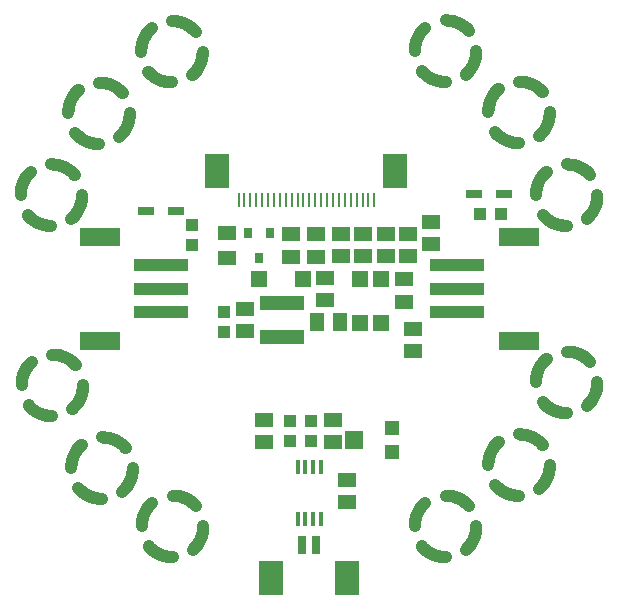
<source format=gbr>
G04 EAGLE Gerber RS-274X export*
G75*
%MOMM*%
%FSLAX34Y34*%
%LPD*%
%INSolderpaste Top*%
%IPPOS*%
%AMOC8*
5,1,8,0,0,1.08239X$1,22.5*%
G01*
%ADD10R,0.400000X1.300000*%
%ADD11R,1.000000X1.075000*%
%ADD12R,1.500000X1.240000*%
%ADD13R,1.500000X1.600000*%
%ADD14R,1.200000X1.200000*%
%ADD15R,0.800000X1.600000*%
%ADD16R,2.100000X3.000000*%
%ADD17C,1.000000*%
%ADD18R,1.400000X1.400000*%
%ADD19R,1.240000X1.500000*%
%ADD20R,3.700000X1.200000*%
%ADD21R,1.500000X1.200000*%
%ADD22R,0.800000X0.900000*%
%ADD23R,4.600000X1.000000*%
%ADD24R,3.400000X1.600000*%
%ADD25R,1.075000X1.000000*%
%ADD26R,1.350000X0.800000*%
%ADD27R,2.000000X3.000000*%
%ADD28R,0.275000X1.250000*%


D10*
X9750Y-150720D03*
X3250Y-150720D03*
X-3250Y-150720D03*
X-9750Y-150720D03*
X-9750Y-194720D03*
X-3250Y-194720D03*
X3250Y-194720D03*
X9750Y-194720D03*
D11*
X-16510Y-112150D03*
X-16510Y-129150D03*
D12*
X20320Y-111150D03*
X20320Y-130150D03*
X-38100Y-111150D03*
X-38100Y-130150D03*
X31750Y-161950D03*
X31750Y-180950D03*
D13*
X38110Y-128270D03*
D14*
X70610Y-138270D03*
X70610Y-118270D03*
D11*
X1270Y-112150D03*
X1270Y-129150D03*
D15*
X-6250Y-217170D03*
X6250Y-217170D03*
D16*
X-31850Y-244670D03*
X31850Y-244670D03*
D17*
X135570Y218169D02*
X135152Y218638D01*
X134723Y219098D01*
X134284Y219547D01*
X133833Y219986D01*
X133372Y220413D01*
X132901Y220829D01*
X132420Y221234D01*
X131929Y221627D01*
X131429Y222008D01*
X130920Y222378D01*
X130403Y222734D01*
X129877Y223078D01*
X129342Y223410D01*
X128800Y223728D01*
X128251Y224033D01*
X127694Y224325D01*
X127130Y224604D01*
X126560Y224869D01*
X125984Y225120D01*
X125402Y225357D01*
X124814Y225580D01*
X124221Y225789D01*
X123623Y225983D01*
X123021Y226164D01*
X122414Y226329D01*
X121804Y226480D01*
X121190Y226616D01*
X120573Y226737D01*
X119954Y226844D01*
X119332Y226935D01*
X118708Y227012D01*
X118082Y227074D01*
X117455Y227120D01*
X116827Y227151D01*
X116199Y227168D01*
X115570Y227169D01*
X98569Y221168D02*
X98100Y220750D01*
X97640Y220321D01*
X97191Y219882D01*
X96752Y219431D01*
X96325Y218970D01*
X95909Y218499D01*
X95504Y218018D01*
X95111Y217527D01*
X94730Y217027D01*
X94360Y216518D01*
X94004Y216001D01*
X93660Y215475D01*
X93328Y214940D01*
X93010Y214398D01*
X92705Y213849D01*
X92413Y213292D01*
X92134Y212728D01*
X91869Y212158D01*
X91618Y211582D01*
X91381Y211000D01*
X91158Y210412D01*
X90949Y209819D01*
X90755Y209221D01*
X90574Y208619D01*
X90409Y208012D01*
X90258Y207402D01*
X90122Y206788D01*
X90001Y206171D01*
X89894Y205552D01*
X89803Y204930D01*
X89726Y204306D01*
X89664Y203680D01*
X89618Y203053D01*
X89587Y202425D01*
X89570Y201797D01*
X89569Y201168D01*
X95570Y184167D02*
X95988Y183698D01*
X96417Y183238D01*
X96856Y182789D01*
X97307Y182350D01*
X97768Y181923D01*
X98239Y181507D01*
X98720Y181102D01*
X99211Y180709D01*
X99711Y180328D01*
X100220Y179958D01*
X100737Y179602D01*
X101263Y179258D01*
X101798Y178926D01*
X102340Y178608D01*
X102889Y178303D01*
X103446Y178011D01*
X104010Y177732D01*
X104580Y177467D01*
X105156Y177216D01*
X105738Y176979D01*
X106326Y176756D01*
X106919Y176547D01*
X107517Y176353D01*
X108119Y176172D01*
X108726Y176007D01*
X109336Y175856D01*
X109950Y175720D01*
X110567Y175599D01*
X111186Y175492D01*
X111808Y175401D01*
X112432Y175324D01*
X113058Y175262D01*
X113685Y175216D01*
X114313Y175185D01*
X114941Y175168D01*
X115570Y175167D01*
X132571Y181168D02*
X133040Y181586D01*
X133500Y182015D01*
X133949Y182454D01*
X134388Y182905D01*
X134815Y183366D01*
X135231Y183837D01*
X135636Y184318D01*
X136029Y184809D01*
X136410Y185309D01*
X136780Y185818D01*
X137136Y186335D01*
X137480Y186861D01*
X137812Y187396D01*
X138130Y187938D01*
X138435Y188487D01*
X138727Y189044D01*
X139006Y189608D01*
X139271Y190178D01*
X139522Y190754D01*
X139759Y191336D01*
X139982Y191924D01*
X140191Y192517D01*
X140385Y193115D01*
X140566Y193717D01*
X140731Y194324D01*
X140882Y194934D01*
X141018Y195548D01*
X141139Y196165D01*
X141246Y196784D01*
X141337Y197406D01*
X141414Y198030D01*
X141476Y198656D01*
X141522Y199283D01*
X141553Y199911D01*
X141570Y200539D01*
X141571Y201168D01*
X115570Y-175167D02*
X116199Y-175168D01*
X116827Y-175185D01*
X117455Y-175216D01*
X118082Y-175262D01*
X118708Y-175324D01*
X119332Y-175401D01*
X119954Y-175492D01*
X120573Y-175599D01*
X121190Y-175720D01*
X121804Y-175856D01*
X122414Y-176007D01*
X123021Y-176172D01*
X123623Y-176353D01*
X124221Y-176547D01*
X124814Y-176756D01*
X125402Y-176979D01*
X125984Y-177216D01*
X126560Y-177467D01*
X127130Y-177732D01*
X127694Y-178011D01*
X128251Y-178303D01*
X128800Y-178608D01*
X129342Y-178926D01*
X129877Y-179258D01*
X130403Y-179602D01*
X130920Y-179958D01*
X131429Y-180328D01*
X131929Y-180709D01*
X132420Y-181102D01*
X132901Y-181507D01*
X133372Y-181923D01*
X133833Y-182350D01*
X134284Y-182789D01*
X134723Y-183238D01*
X135152Y-183698D01*
X135570Y-184167D01*
X98569Y-181168D02*
X98100Y-181586D01*
X97640Y-182015D01*
X97191Y-182454D01*
X96752Y-182905D01*
X96325Y-183366D01*
X95909Y-183837D01*
X95504Y-184318D01*
X95111Y-184809D01*
X94730Y-185309D01*
X94360Y-185818D01*
X94004Y-186335D01*
X93660Y-186861D01*
X93328Y-187396D01*
X93010Y-187938D01*
X92705Y-188487D01*
X92413Y-189044D01*
X92134Y-189608D01*
X91869Y-190178D01*
X91618Y-190754D01*
X91381Y-191336D01*
X91158Y-191924D01*
X90949Y-192517D01*
X90755Y-193115D01*
X90574Y-193717D01*
X90409Y-194324D01*
X90258Y-194934D01*
X90122Y-195548D01*
X90001Y-196165D01*
X89894Y-196784D01*
X89803Y-197406D01*
X89726Y-198030D01*
X89664Y-198656D01*
X89618Y-199283D01*
X89587Y-199911D01*
X89570Y-200539D01*
X89569Y-201168D01*
X95570Y-218169D02*
X95988Y-218638D01*
X96417Y-219098D01*
X96856Y-219547D01*
X97307Y-219986D01*
X97768Y-220413D01*
X98239Y-220829D01*
X98720Y-221234D01*
X99211Y-221627D01*
X99711Y-222008D01*
X100220Y-222378D01*
X100737Y-222734D01*
X101263Y-223078D01*
X101798Y-223410D01*
X102340Y-223728D01*
X102889Y-224033D01*
X103446Y-224325D01*
X104010Y-224604D01*
X104580Y-224869D01*
X105156Y-225120D01*
X105738Y-225357D01*
X106326Y-225580D01*
X106919Y-225789D01*
X107517Y-225983D01*
X108119Y-226164D01*
X108726Y-226329D01*
X109336Y-226480D01*
X109950Y-226616D01*
X110567Y-226737D01*
X111186Y-226844D01*
X111808Y-226935D01*
X112432Y-227012D01*
X113058Y-227074D01*
X113685Y-227120D01*
X114313Y-227151D01*
X114941Y-227168D01*
X115570Y-227169D01*
X132571Y-221168D02*
X133040Y-220750D01*
X133500Y-220321D01*
X133949Y-219882D01*
X134388Y-219431D01*
X134815Y-218970D01*
X135231Y-218499D01*
X135636Y-218018D01*
X136029Y-217527D01*
X136410Y-217027D01*
X136780Y-216518D01*
X137136Y-216001D01*
X137480Y-215475D01*
X137812Y-214940D01*
X138130Y-214398D01*
X138435Y-213849D01*
X138727Y-213292D01*
X139006Y-212728D01*
X139271Y-212158D01*
X139522Y-211582D01*
X139759Y-211000D01*
X139982Y-210412D01*
X140191Y-209819D01*
X140385Y-209221D01*
X140566Y-208619D01*
X140731Y-208012D01*
X140882Y-207402D01*
X141018Y-206788D01*
X141139Y-206171D01*
X141246Y-205552D01*
X141337Y-204930D01*
X141414Y-204306D01*
X141476Y-203680D01*
X141522Y-203053D01*
X141553Y-202425D01*
X141570Y-201797D01*
X141571Y-201168D01*
X-96078Y217661D02*
X-96496Y218130D01*
X-96925Y218590D01*
X-97364Y219039D01*
X-97815Y219478D01*
X-98276Y219905D01*
X-98747Y220321D01*
X-99228Y220726D01*
X-99719Y221119D01*
X-100219Y221500D01*
X-100728Y221870D01*
X-101245Y222226D01*
X-101771Y222570D01*
X-102306Y222902D01*
X-102848Y223220D01*
X-103397Y223525D01*
X-103954Y223817D01*
X-104518Y224096D01*
X-105088Y224361D01*
X-105664Y224612D01*
X-106246Y224849D01*
X-106834Y225072D01*
X-107427Y225281D01*
X-108025Y225475D01*
X-108627Y225656D01*
X-109234Y225821D01*
X-109844Y225972D01*
X-110458Y226108D01*
X-111075Y226229D01*
X-111694Y226336D01*
X-112316Y226427D01*
X-112940Y226504D01*
X-113566Y226566D01*
X-114193Y226612D01*
X-114821Y226643D01*
X-115449Y226660D01*
X-116078Y226661D01*
X-133079Y220660D02*
X-133548Y220242D01*
X-134008Y219813D01*
X-134457Y219374D01*
X-134896Y218923D01*
X-135323Y218462D01*
X-135739Y217991D01*
X-136144Y217510D01*
X-136537Y217019D01*
X-136918Y216519D01*
X-137288Y216010D01*
X-137644Y215493D01*
X-137988Y214967D01*
X-138320Y214432D01*
X-138638Y213890D01*
X-138943Y213341D01*
X-139235Y212784D01*
X-139514Y212220D01*
X-139779Y211650D01*
X-140030Y211074D01*
X-140267Y210492D01*
X-140490Y209904D01*
X-140699Y209311D01*
X-140893Y208713D01*
X-141074Y208111D01*
X-141239Y207504D01*
X-141390Y206894D01*
X-141526Y206280D01*
X-141647Y205663D01*
X-141754Y205044D01*
X-141845Y204422D01*
X-141922Y203798D01*
X-141984Y203172D01*
X-142030Y202545D01*
X-142061Y201917D01*
X-142078Y201289D01*
X-142079Y200660D01*
X-136078Y183659D02*
X-135660Y183190D01*
X-135231Y182730D01*
X-134792Y182281D01*
X-134341Y181842D01*
X-133880Y181415D01*
X-133409Y180999D01*
X-132928Y180594D01*
X-132437Y180201D01*
X-131937Y179820D01*
X-131428Y179450D01*
X-130911Y179094D01*
X-130385Y178750D01*
X-129850Y178418D01*
X-129308Y178100D01*
X-128759Y177795D01*
X-128202Y177503D01*
X-127638Y177224D01*
X-127068Y176959D01*
X-126492Y176708D01*
X-125910Y176471D01*
X-125322Y176248D01*
X-124729Y176039D01*
X-124131Y175845D01*
X-123529Y175664D01*
X-122922Y175499D01*
X-122312Y175348D01*
X-121698Y175212D01*
X-121081Y175091D01*
X-120462Y174984D01*
X-119840Y174893D01*
X-119216Y174816D01*
X-118590Y174754D01*
X-117963Y174708D01*
X-117335Y174677D01*
X-116707Y174660D01*
X-116078Y174659D01*
X-99077Y180660D02*
X-98608Y181078D01*
X-98148Y181507D01*
X-97699Y181946D01*
X-97260Y182397D01*
X-96833Y182858D01*
X-96417Y183329D01*
X-96012Y183810D01*
X-95619Y184301D01*
X-95238Y184801D01*
X-94868Y185310D01*
X-94512Y185827D01*
X-94168Y186353D01*
X-93836Y186888D01*
X-93518Y187430D01*
X-93213Y187979D01*
X-92921Y188536D01*
X-92642Y189100D01*
X-92377Y189670D01*
X-92126Y190246D01*
X-91889Y190828D01*
X-91666Y191416D01*
X-91457Y192009D01*
X-91263Y192607D01*
X-91082Y193209D01*
X-90917Y193816D01*
X-90766Y194426D01*
X-90630Y195040D01*
X-90509Y195657D01*
X-90402Y196276D01*
X-90311Y196898D01*
X-90234Y197522D01*
X-90172Y198148D01*
X-90126Y198775D01*
X-90095Y199403D01*
X-90078Y200031D01*
X-90077Y200660D01*
X-115570Y-175167D02*
X-114941Y-175168D01*
X-114313Y-175185D01*
X-113685Y-175216D01*
X-113058Y-175262D01*
X-112432Y-175324D01*
X-111808Y-175401D01*
X-111186Y-175492D01*
X-110567Y-175599D01*
X-109950Y-175720D01*
X-109336Y-175856D01*
X-108726Y-176007D01*
X-108119Y-176172D01*
X-107517Y-176353D01*
X-106919Y-176547D01*
X-106326Y-176756D01*
X-105738Y-176979D01*
X-105156Y-177216D01*
X-104580Y-177467D01*
X-104010Y-177732D01*
X-103446Y-178011D01*
X-102889Y-178303D01*
X-102340Y-178608D01*
X-101798Y-178926D01*
X-101263Y-179258D01*
X-100737Y-179602D01*
X-100220Y-179958D01*
X-99711Y-180328D01*
X-99211Y-180709D01*
X-98720Y-181102D01*
X-98239Y-181507D01*
X-97768Y-181923D01*
X-97307Y-182350D01*
X-96856Y-182789D01*
X-96417Y-183238D01*
X-95988Y-183698D01*
X-95570Y-184167D01*
X-132571Y-181168D02*
X-133040Y-181586D01*
X-133500Y-182015D01*
X-133949Y-182454D01*
X-134388Y-182905D01*
X-134815Y-183366D01*
X-135231Y-183837D01*
X-135636Y-184318D01*
X-136029Y-184809D01*
X-136410Y-185309D01*
X-136780Y-185818D01*
X-137136Y-186335D01*
X-137480Y-186861D01*
X-137812Y-187396D01*
X-138130Y-187938D01*
X-138435Y-188487D01*
X-138727Y-189044D01*
X-139006Y-189608D01*
X-139271Y-190178D01*
X-139522Y-190754D01*
X-139759Y-191336D01*
X-139982Y-191924D01*
X-140191Y-192517D01*
X-140385Y-193115D01*
X-140566Y-193717D01*
X-140731Y-194324D01*
X-140882Y-194934D01*
X-141018Y-195548D01*
X-141139Y-196165D01*
X-141246Y-196784D01*
X-141337Y-197406D01*
X-141414Y-198030D01*
X-141476Y-198656D01*
X-141522Y-199283D01*
X-141553Y-199911D01*
X-141570Y-200539D01*
X-141571Y-201168D01*
X-135570Y-218169D02*
X-135152Y-218638D01*
X-134723Y-219098D01*
X-134284Y-219547D01*
X-133833Y-219986D01*
X-133372Y-220413D01*
X-132901Y-220829D01*
X-132420Y-221234D01*
X-131929Y-221627D01*
X-131429Y-222008D01*
X-130920Y-222378D01*
X-130403Y-222734D01*
X-129877Y-223078D01*
X-129342Y-223410D01*
X-128800Y-223728D01*
X-128251Y-224033D01*
X-127694Y-224325D01*
X-127130Y-224604D01*
X-126560Y-224869D01*
X-125984Y-225120D01*
X-125402Y-225357D01*
X-124814Y-225580D01*
X-124221Y-225789D01*
X-123623Y-225983D01*
X-123021Y-226164D01*
X-122414Y-226329D01*
X-121804Y-226480D01*
X-121190Y-226616D01*
X-120573Y-226737D01*
X-119954Y-226844D01*
X-119332Y-226935D01*
X-118708Y-227012D01*
X-118082Y-227074D01*
X-117455Y-227120D01*
X-116827Y-227151D01*
X-116199Y-227168D01*
X-115570Y-227169D01*
X-98569Y-221168D02*
X-98100Y-220750D01*
X-97640Y-220321D01*
X-97191Y-219882D01*
X-96752Y-219431D01*
X-96325Y-218970D01*
X-95909Y-218499D01*
X-95504Y-218018D01*
X-95111Y-217527D01*
X-94730Y-217027D01*
X-94360Y-216518D01*
X-94004Y-216001D01*
X-93660Y-215475D01*
X-93328Y-214940D01*
X-93010Y-214398D01*
X-92705Y-213849D01*
X-92413Y-213292D01*
X-92134Y-212728D01*
X-91869Y-212158D01*
X-91618Y-211582D01*
X-91381Y-211000D01*
X-91158Y-210412D01*
X-90949Y-209819D01*
X-90755Y-209221D01*
X-90574Y-208619D01*
X-90409Y-208012D01*
X-90258Y-207402D01*
X-90122Y-206788D01*
X-90001Y-206171D01*
X-89894Y-205552D01*
X-89803Y-204930D01*
X-89726Y-204306D01*
X-89664Y-203680D01*
X-89618Y-203053D01*
X-89587Y-202425D01*
X-89570Y-201797D01*
X-89569Y-201168D01*
X177800Y175353D02*
X178429Y175352D01*
X179057Y175335D01*
X179685Y175304D01*
X180312Y175258D01*
X180938Y175196D01*
X181562Y175119D01*
X182184Y175028D01*
X182803Y174921D01*
X183420Y174800D01*
X184034Y174664D01*
X184644Y174513D01*
X185251Y174348D01*
X185853Y174167D01*
X186451Y173973D01*
X187044Y173764D01*
X187632Y173541D01*
X188214Y173304D01*
X188790Y173053D01*
X189360Y172788D01*
X189924Y172509D01*
X190481Y172217D01*
X191030Y171912D01*
X191572Y171594D01*
X192107Y171262D01*
X192633Y170918D01*
X193150Y170562D01*
X193659Y170192D01*
X194159Y169811D01*
X194650Y169418D01*
X195131Y169013D01*
X195602Y168597D01*
X196063Y168170D01*
X196514Y167731D01*
X196953Y167282D01*
X197382Y166822D01*
X197800Y166353D01*
X160799Y169352D02*
X160330Y168934D01*
X159870Y168505D01*
X159421Y168066D01*
X158982Y167615D01*
X158555Y167154D01*
X158139Y166683D01*
X157734Y166202D01*
X157341Y165711D01*
X156960Y165211D01*
X156590Y164702D01*
X156234Y164185D01*
X155890Y163659D01*
X155558Y163124D01*
X155240Y162582D01*
X154935Y162033D01*
X154643Y161476D01*
X154364Y160912D01*
X154099Y160342D01*
X153848Y159766D01*
X153611Y159184D01*
X153388Y158596D01*
X153179Y158003D01*
X152985Y157405D01*
X152804Y156803D01*
X152639Y156196D01*
X152488Y155586D01*
X152352Y154972D01*
X152231Y154355D01*
X152124Y153736D01*
X152033Y153114D01*
X151956Y152490D01*
X151894Y151864D01*
X151848Y151237D01*
X151817Y150609D01*
X151800Y149981D01*
X151799Y149352D01*
X157800Y132351D02*
X158218Y131882D01*
X158647Y131422D01*
X159086Y130973D01*
X159537Y130534D01*
X159998Y130107D01*
X160469Y129691D01*
X160950Y129286D01*
X161441Y128893D01*
X161941Y128512D01*
X162450Y128142D01*
X162967Y127786D01*
X163493Y127442D01*
X164028Y127110D01*
X164570Y126792D01*
X165119Y126487D01*
X165676Y126195D01*
X166240Y125916D01*
X166810Y125651D01*
X167386Y125400D01*
X167968Y125163D01*
X168556Y124940D01*
X169149Y124731D01*
X169747Y124537D01*
X170349Y124356D01*
X170956Y124191D01*
X171566Y124040D01*
X172180Y123904D01*
X172797Y123783D01*
X173416Y123676D01*
X174038Y123585D01*
X174662Y123508D01*
X175288Y123446D01*
X175915Y123400D01*
X176543Y123369D01*
X177171Y123352D01*
X177800Y123351D01*
X194801Y129352D02*
X195270Y129770D01*
X195730Y130199D01*
X196179Y130638D01*
X196618Y131089D01*
X197045Y131550D01*
X197461Y132021D01*
X197866Y132502D01*
X198259Y132993D01*
X198640Y133493D01*
X199010Y134002D01*
X199366Y134519D01*
X199710Y135045D01*
X200042Y135580D01*
X200360Y136122D01*
X200665Y136671D01*
X200957Y137228D01*
X201236Y137792D01*
X201501Y138362D01*
X201752Y138938D01*
X201989Y139520D01*
X202212Y140108D01*
X202421Y140701D01*
X202615Y141299D01*
X202796Y141901D01*
X202961Y142508D01*
X203112Y143118D01*
X203248Y143732D01*
X203369Y144349D01*
X203476Y144968D01*
X203567Y145590D01*
X203644Y146214D01*
X203706Y146840D01*
X203752Y147467D01*
X203783Y148095D01*
X203800Y148723D01*
X203801Y149352D01*
X218186Y105249D02*
X218815Y105248D01*
X219443Y105231D01*
X220071Y105200D01*
X220698Y105154D01*
X221324Y105092D01*
X221948Y105015D01*
X222570Y104924D01*
X223189Y104817D01*
X223806Y104696D01*
X224420Y104560D01*
X225030Y104409D01*
X225637Y104244D01*
X226239Y104063D01*
X226837Y103869D01*
X227430Y103660D01*
X228018Y103437D01*
X228600Y103200D01*
X229176Y102949D01*
X229746Y102684D01*
X230310Y102405D01*
X230867Y102113D01*
X231416Y101808D01*
X231958Y101490D01*
X232493Y101158D01*
X233019Y100814D01*
X233536Y100458D01*
X234045Y100088D01*
X234545Y99707D01*
X235036Y99314D01*
X235517Y98909D01*
X235988Y98493D01*
X236449Y98066D01*
X236900Y97627D01*
X237339Y97178D01*
X237768Y96718D01*
X238186Y96249D01*
X201185Y99248D02*
X200716Y98830D01*
X200256Y98401D01*
X199807Y97962D01*
X199368Y97511D01*
X198941Y97050D01*
X198525Y96579D01*
X198120Y96098D01*
X197727Y95607D01*
X197346Y95107D01*
X196976Y94598D01*
X196620Y94081D01*
X196276Y93555D01*
X195944Y93020D01*
X195626Y92478D01*
X195321Y91929D01*
X195029Y91372D01*
X194750Y90808D01*
X194485Y90238D01*
X194234Y89662D01*
X193997Y89080D01*
X193774Y88492D01*
X193565Y87899D01*
X193371Y87301D01*
X193190Y86699D01*
X193025Y86092D01*
X192874Y85482D01*
X192738Y84868D01*
X192617Y84251D01*
X192510Y83632D01*
X192419Y83010D01*
X192342Y82386D01*
X192280Y81760D01*
X192234Y81133D01*
X192203Y80505D01*
X192186Y79877D01*
X192185Y79248D01*
X198186Y62247D02*
X198604Y61778D01*
X199033Y61318D01*
X199472Y60869D01*
X199923Y60430D01*
X200384Y60003D01*
X200855Y59587D01*
X201336Y59182D01*
X201827Y58789D01*
X202327Y58408D01*
X202836Y58038D01*
X203353Y57682D01*
X203879Y57338D01*
X204414Y57006D01*
X204956Y56688D01*
X205505Y56383D01*
X206062Y56091D01*
X206626Y55812D01*
X207196Y55547D01*
X207772Y55296D01*
X208354Y55059D01*
X208942Y54836D01*
X209535Y54627D01*
X210133Y54433D01*
X210735Y54252D01*
X211342Y54087D01*
X211952Y53936D01*
X212566Y53800D01*
X213183Y53679D01*
X213802Y53572D01*
X214424Y53481D01*
X215048Y53404D01*
X215674Y53342D01*
X216301Y53296D01*
X216929Y53265D01*
X217557Y53248D01*
X218186Y53247D01*
X235187Y59248D02*
X235656Y59666D01*
X236116Y60095D01*
X236565Y60534D01*
X237004Y60985D01*
X237431Y61446D01*
X237847Y61917D01*
X238252Y62398D01*
X238645Y62889D01*
X239026Y63389D01*
X239396Y63898D01*
X239752Y64415D01*
X240096Y64941D01*
X240428Y65476D01*
X240746Y66018D01*
X241051Y66567D01*
X241343Y67124D01*
X241622Y67688D01*
X241887Y68258D01*
X242138Y68834D01*
X242375Y69416D01*
X242598Y70004D01*
X242807Y70597D01*
X243001Y71195D01*
X243182Y71797D01*
X243347Y72404D01*
X243498Y73014D01*
X243634Y73628D01*
X243755Y74245D01*
X243862Y74864D01*
X243953Y75486D01*
X244030Y76110D01*
X244092Y76736D01*
X244138Y77363D01*
X244169Y77991D01*
X244186Y78619D01*
X244187Y79248D01*
X218186Y-53247D02*
X218815Y-53248D01*
X219443Y-53265D01*
X220071Y-53296D01*
X220698Y-53342D01*
X221324Y-53404D01*
X221948Y-53481D01*
X222570Y-53572D01*
X223189Y-53679D01*
X223806Y-53800D01*
X224420Y-53936D01*
X225030Y-54087D01*
X225637Y-54252D01*
X226239Y-54433D01*
X226837Y-54627D01*
X227430Y-54836D01*
X228018Y-55059D01*
X228600Y-55296D01*
X229176Y-55547D01*
X229746Y-55812D01*
X230310Y-56091D01*
X230867Y-56383D01*
X231416Y-56688D01*
X231958Y-57006D01*
X232493Y-57338D01*
X233019Y-57682D01*
X233536Y-58038D01*
X234045Y-58408D01*
X234545Y-58789D01*
X235036Y-59182D01*
X235517Y-59587D01*
X235988Y-60003D01*
X236449Y-60430D01*
X236900Y-60869D01*
X237339Y-61318D01*
X237768Y-61778D01*
X238186Y-62247D01*
X201185Y-59248D02*
X200716Y-59666D01*
X200256Y-60095D01*
X199807Y-60534D01*
X199368Y-60985D01*
X198941Y-61446D01*
X198525Y-61917D01*
X198120Y-62398D01*
X197727Y-62889D01*
X197346Y-63389D01*
X196976Y-63898D01*
X196620Y-64415D01*
X196276Y-64941D01*
X195944Y-65476D01*
X195626Y-66018D01*
X195321Y-66567D01*
X195029Y-67124D01*
X194750Y-67688D01*
X194485Y-68258D01*
X194234Y-68834D01*
X193997Y-69416D01*
X193774Y-70004D01*
X193565Y-70597D01*
X193371Y-71195D01*
X193190Y-71797D01*
X193025Y-72404D01*
X192874Y-73014D01*
X192738Y-73628D01*
X192617Y-74245D01*
X192510Y-74864D01*
X192419Y-75486D01*
X192342Y-76110D01*
X192280Y-76736D01*
X192234Y-77363D01*
X192203Y-77991D01*
X192186Y-78619D01*
X192185Y-79248D01*
X198186Y-96249D02*
X198604Y-96718D01*
X199033Y-97178D01*
X199472Y-97627D01*
X199923Y-98066D01*
X200384Y-98493D01*
X200855Y-98909D01*
X201336Y-99314D01*
X201827Y-99707D01*
X202327Y-100088D01*
X202836Y-100458D01*
X203353Y-100814D01*
X203879Y-101158D01*
X204414Y-101490D01*
X204956Y-101808D01*
X205505Y-102113D01*
X206062Y-102405D01*
X206626Y-102684D01*
X207196Y-102949D01*
X207772Y-103200D01*
X208354Y-103437D01*
X208942Y-103660D01*
X209535Y-103869D01*
X210133Y-104063D01*
X210735Y-104244D01*
X211342Y-104409D01*
X211952Y-104560D01*
X212566Y-104696D01*
X213183Y-104817D01*
X213802Y-104924D01*
X214424Y-105015D01*
X215048Y-105092D01*
X215674Y-105154D01*
X216301Y-105200D01*
X216929Y-105231D01*
X217557Y-105248D01*
X218186Y-105249D01*
X235187Y-99248D02*
X235656Y-98830D01*
X236116Y-98401D01*
X236565Y-97962D01*
X237004Y-97511D01*
X237431Y-97050D01*
X237847Y-96579D01*
X238252Y-96098D01*
X238645Y-95607D01*
X239026Y-95107D01*
X239396Y-94598D01*
X239752Y-94081D01*
X240096Y-93555D01*
X240428Y-93020D01*
X240746Y-92478D01*
X241051Y-91929D01*
X241343Y-91372D01*
X241622Y-90808D01*
X241887Y-90238D01*
X242138Y-89662D01*
X242375Y-89080D01*
X242598Y-88492D01*
X242807Y-87899D01*
X243001Y-87301D01*
X243182Y-86699D01*
X243347Y-86092D01*
X243498Y-85482D01*
X243634Y-84868D01*
X243755Y-84251D01*
X243862Y-83632D01*
X243953Y-83010D01*
X244030Y-82386D01*
X244092Y-81760D01*
X244138Y-81133D01*
X244169Y-80505D01*
X244186Y-79877D01*
X244187Y-79248D01*
X197800Y-132351D02*
X197382Y-131882D01*
X196953Y-131422D01*
X196514Y-130973D01*
X196063Y-130534D01*
X195602Y-130107D01*
X195131Y-129691D01*
X194650Y-129286D01*
X194159Y-128893D01*
X193659Y-128512D01*
X193150Y-128142D01*
X192633Y-127786D01*
X192107Y-127442D01*
X191572Y-127110D01*
X191030Y-126792D01*
X190481Y-126487D01*
X189924Y-126195D01*
X189360Y-125916D01*
X188790Y-125651D01*
X188214Y-125400D01*
X187632Y-125163D01*
X187044Y-124940D01*
X186451Y-124731D01*
X185853Y-124537D01*
X185251Y-124356D01*
X184644Y-124191D01*
X184034Y-124040D01*
X183420Y-123904D01*
X182803Y-123783D01*
X182184Y-123676D01*
X181562Y-123585D01*
X180938Y-123508D01*
X180312Y-123446D01*
X179685Y-123400D01*
X179057Y-123369D01*
X178429Y-123352D01*
X177800Y-123351D01*
X160799Y-129352D02*
X160330Y-129770D01*
X159870Y-130199D01*
X159421Y-130638D01*
X158982Y-131089D01*
X158555Y-131550D01*
X158139Y-132021D01*
X157734Y-132502D01*
X157341Y-132993D01*
X156960Y-133493D01*
X156590Y-134002D01*
X156234Y-134519D01*
X155890Y-135045D01*
X155558Y-135580D01*
X155240Y-136122D01*
X154935Y-136671D01*
X154643Y-137228D01*
X154364Y-137792D01*
X154099Y-138362D01*
X153848Y-138938D01*
X153611Y-139520D01*
X153388Y-140108D01*
X153179Y-140701D01*
X152985Y-141299D01*
X152804Y-141901D01*
X152639Y-142508D01*
X152488Y-143118D01*
X152352Y-143732D01*
X152231Y-144349D01*
X152124Y-144968D01*
X152033Y-145590D01*
X151956Y-146214D01*
X151894Y-146840D01*
X151848Y-147467D01*
X151817Y-148095D01*
X151800Y-148723D01*
X151799Y-149352D01*
X157800Y-166353D02*
X158218Y-166822D01*
X158647Y-167282D01*
X159086Y-167731D01*
X159537Y-168170D01*
X159998Y-168597D01*
X160469Y-169013D01*
X160950Y-169418D01*
X161441Y-169811D01*
X161941Y-170192D01*
X162450Y-170562D01*
X162967Y-170918D01*
X163493Y-171262D01*
X164028Y-171594D01*
X164570Y-171912D01*
X165119Y-172217D01*
X165676Y-172509D01*
X166240Y-172788D01*
X166810Y-173053D01*
X167386Y-173304D01*
X167968Y-173541D01*
X168556Y-173764D01*
X169149Y-173973D01*
X169747Y-174167D01*
X170349Y-174348D01*
X170956Y-174513D01*
X171566Y-174664D01*
X172180Y-174800D01*
X172797Y-174921D01*
X173416Y-175028D01*
X174038Y-175119D01*
X174662Y-175196D01*
X175288Y-175258D01*
X175915Y-175304D01*
X176543Y-175335D01*
X177171Y-175352D01*
X177800Y-175353D01*
X194801Y-169352D02*
X195270Y-168934D01*
X195730Y-168505D01*
X196179Y-168066D01*
X196618Y-167615D01*
X197045Y-167154D01*
X197461Y-166683D01*
X197866Y-166202D01*
X198259Y-165711D01*
X198640Y-165211D01*
X199010Y-164702D01*
X199366Y-164185D01*
X199710Y-163659D01*
X200042Y-163124D01*
X200360Y-162582D01*
X200665Y-162033D01*
X200957Y-161476D01*
X201236Y-160912D01*
X201501Y-160342D01*
X201752Y-159766D01*
X201989Y-159184D01*
X202212Y-158596D01*
X202421Y-158003D01*
X202615Y-157405D01*
X202796Y-156803D01*
X202961Y-156196D01*
X203112Y-155586D01*
X203248Y-154972D01*
X203369Y-154355D01*
X203476Y-153736D01*
X203567Y-153114D01*
X203644Y-152490D01*
X203706Y-151864D01*
X203752Y-151237D01*
X203783Y-150609D01*
X203800Y-149981D01*
X203801Y-149352D01*
X-157800Y165591D02*
X-158218Y166060D01*
X-158647Y166520D01*
X-159086Y166969D01*
X-159537Y167408D01*
X-159998Y167835D01*
X-160469Y168251D01*
X-160950Y168656D01*
X-161441Y169049D01*
X-161941Y169430D01*
X-162450Y169800D01*
X-162967Y170156D01*
X-163493Y170500D01*
X-164028Y170832D01*
X-164570Y171150D01*
X-165119Y171455D01*
X-165676Y171747D01*
X-166240Y172026D01*
X-166810Y172291D01*
X-167386Y172542D01*
X-167968Y172779D01*
X-168556Y173002D01*
X-169149Y173211D01*
X-169747Y173405D01*
X-170349Y173586D01*
X-170956Y173751D01*
X-171566Y173902D01*
X-172180Y174038D01*
X-172797Y174159D01*
X-173416Y174266D01*
X-174038Y174357D01*
X-174662Y174434D01*
X-175288Y174496D01*
X-175915Y174542D01*
X-176543Y174573D01*
X-177171Y174590D01*
X-177800Y174591D01*
X-194801Y168590D02*
X-195270Y168172D01*
X-195730Y167743D01*
X-196179Y167304D01*
X-196618Y166853D01*
X-197045Y166392D01*
X-197461Y165921D01*
X-197866Y165440D01*
X-198259Y164949D01*
X-198640Y164449D01*
X-199010Y163940D01*
X-199366Y163423D01*
X-199710Y162897D01*
X-200042Y162362D01*
X-200360Y161820D01*
X-200665Y161271D01*
X-200957Y160714D01*
X-201236Y160150D01*
X-201501Y159580D01*
X-201752Y159004D01*
X-201989Y158422D01*
X-202212Y157834D01*
X-202421Y157241D01*
X-202615Y156643D01*
X-202796Y156041D01*
X-202961Y155434D01*
X-203112Y154824D01*
X-203248Y154210D01*
X-203369Y153593D01*
X-203476Y152974D01*
X-203567Y152352D01*
X-203644Y151728D01*
X-203706Y151102D01*
X-203752Y150475D01*
X-203783Y149847D01*
X-203800Y149219D01*
X-203801Y148590D01*
X-197800Y131589D02*
X-197382Y131120D01*
X-196953Y130660D01*
X-196514Y130211D01*
X-196063Y129772D01*
X-195602Y129345D01*
X-195131Y128929D01*
X-194650Y128524D01*
X-194159Y128131D01*
X-193659Y127750D01*
X-193150Y127380D01*
X-192633Y127024D01*
X-192107Y126680D01*
X-191572Y126348D01*
X-191030Y126030D01*
X-190481Y125725D01*
X-189924Y125433D01*
X-189360Y125154D01*
X-188790Y124889D01*
X-188214Y124638D01*
X-187632Y124401D01*
X-187044Y124178D01*
X-186451Y123969D01*
X-185853Y123775D01*
X-185251Y123594D01*
X-184644Y123429D01*
X-184034Y123278D01*
X-183420Y123142D01*
X-182803Y123021D01*
X-182184Y122914D01*
X-181562Y122823D01*
X-180938Y122746D01*
X-180312Y122684D01*
X-179685Y122638D01*
X-179057Y122607D01*
X-178429Y122590D01*
X-177800Y122589D01*
X-160799Y128590D02*
X-160330Y129008D01*
X-159870Y129437D01*
X-159421Y129876D01*
X-158982Y130327D01*
X-158555Y130788D01*
X-158139Y131259D01*
X-157734Y131740D01*
X-157341Y132231D01*
X-156960Y132731D01*
X-156590Y133240D01*
X-156234Y133757D01*
X-155890Y134283D01*
X-155558Y134818D01*
X-155240Y135360D01*
X-154935Y135909D01*
X-154643Y136466D01*
X-154364Y137030D01*
X-154099Y137600D01*
X-153848Y138176D01*
X-153611Y138758D01*
X-153388Y139346D01*
X-153179Y139939D01*
X-152985Y140537D01*
X-152804Y141139D01*
X-152639Y141746D01*
X-152488Y142356D01*
X-152352Y142970D01*
X-152231Y143587D01*
X-152124Y144206D01*
X-152033Y144828D01*
X-151956Y145452D01*
X-151894Y146078D01*
X-151848Y146705D01*
X-151817Y147333D01*
X-151800Y147961D01*
X-151799Y148590D01*
X-198186Y96249D02*
X-198604Y96718D01*
X-199033Y97178D01*
X-199472Y97627D01*
X-199923Y98066D01*
X-200384Y98493D01*
X-200855Y98909D01*
X-201336Y99314D01*
X-201827Y99707D01*
X-202327Y100088D01*
X-202836Y100458D01*
X-203353Y100814D01*
X-203879Y101158D01*
X-204414Y101490D01*
X-204956Y101808D01*
X-205505Y102113D01*
X-206062Y102405D01*
X-206626Y102684D01*
X-207196Y102949D01*
X-207772Y103200D01*
X-208354Y103437D01*
X-208942Y103660D01*
X-209535Y103869D01*
X-210133Y104063D01*
X-210735Y104244D01*
X-211342Y104409D01*
X-211952Y104560D01*
X-212566Y104696D01*
X-213183Y104817D01*
X-213802Y104924D01*
X-214424Y105015D01*
X-215048Y105092D01*
X-215674Y105154D01*
X-216301Y105200D01*
X-216929Y105231D01*
X-217557Y105248D01*
X-218186Y105249D01*
X-235187Y99248D02*
X-235656Y98830D01*
X-236116Y98401D01*
X-236565Y97962D01*
X-237004Y97511D01*
X-237431Y97050D01*
X-237847Y96579D01*
X-238252Y96098D01*
X-238645Y95607D01*
X-239026Y95107D01*
X-239396Y94598D01*
X-239752Y94081D01*
X-240096Y93555D01*
X-240428Y93020D01*
X-240746Y92478D01*
X-241051Y91929D01*
X-241343Y91372D01*
X-241622Y90808D01*
X-241887Y90238D01*
X-242138Y89662D01*
X-242375Y89080D01*
X-242598Y88492D01*
X-242807Y87899D01*
X-243001Y87301D01*
X-243182Y86699D01*
X-243347Y86092D01*
X-243498Y85482D01*
X-243634Y84868D01*
X-243755Y84251D01*
X-243862Y83632D01*
X-243953Y83010D01*
X-244030Y82386D01*
X-244092Y81760D01*
X-244138Y81133D01*
X-244169Y80505D01*
X-244186Y79877D01*
X-244187Y79248D01*
X-238186Y62247D02*
X-237768Y61778D01*
X-237339Y61318D01*
X-236900Y60869D01*
X-236449Y60430D01*
X-235988Y60003D01*
X-235517Y59587D01*
X-235036Y59182D01*
X-234545Y58789D01*
X-234045Y58408D01*
X-233536Y58038D01*
X-233019Y57682D01*
X-232493Y57338D01*
X-231958Y57006D01*
X-231416Y56688D01*
X-230867Y56383D01*
X-230310Y56091D01*
X-229746Y55812D01*
X-229176Y55547D01*
X-228600Y55296D01*
X-228018Y55059D01*
X-227430Y54836D01*
X-226837Y54627D01*
X-226239Y54433D01*
X-225637Y54252D01*
X-225030Y54087D01*
X-224420Y53936D01*
X-223806Y53800D01*
X-223189Y53679D01*
X-222570Y53572D01*
X-221948Y53481D01*
X-221324Y53404D01*
X-220698Y53342D01*
X-220071Y53296D01*
X-219443Y53265D01*
X-218815Y53248D01*
X-218186Y53247D01*
X-201185Y59248D02*
X-200716Y59666D01*
X-200256Y60095D01*
X-199807Y60534D01*
X-199368Y60985D01*
X-198941Y61446D01*
X-198525Y61917D01*
X-198120Y62398D01*
X-197727Y62889D01*
X-197346Y63389D01*
X-196976Y63898D01*
X-196620Y64415D01*
X-196276Y64941D01*
X-195944Y65476D01*
X-195626Y66018D01*
X-195321Y66567D01*
X-195029Y67124D01*
X-194750Y67688D01*
X-194485Y68258D01*
X-194234Y68834D01*
X-193997Y69416D01*
X-193774Y70004D01*
X-193565Y70597D01*
X-193371Y71195D01*
X-193190Y71797D01*
X-193025Y72404D01*
X-192874Y73014D01*
X-192738Y73628D01*
X-192617Y74245D01*
X-192510Y74864D01*
X-192419Y75486D01*
X-192342Y76110D01*
X-192280Y76736D01*
X-192234Y77363D01*
X-192203Y77991D01*
X-192186Y78619D01*
X-192185Y79248D01*
X-217424Y-55787D02*
X-216795Y-55788D01*
X-216167Y-55805D01*
X-215539Y-55836D01*
X-214912Y-55882D01*
X-214286Y-55944D01*
X-213662Y-56021D01*
X-213040Y-56112D01*
X-212421Y-56219D01*
X-211804Y-56340D01*
X-211190Y-56476D01*
X-210580Y-56627D01*
X-209973Y-56792D01*
X-209371Y-56973D01*
X-208773Y-57167D01*
X-208180Y-57376D01*
X-207592Y-57599D01*
X-207010Y-57836D01*
X-206434Y-58087D01*
X-205864Y-58352D01*
X-205300Y-58631D01*
X-204743Y-58923D01*
X-204194Y-59228D01*
X-203652Y-59546D01*
X-203117Y-59878D01*
X-202591Y-60222D01*
X-202074Y-60578D01*
X-201565Y-60948D01*
X-201065Y-61329D01*
X-200574Y-61722D01*
X-200093Y-62127D01*
X-199622Y-62543D01*
X-199161Y-62970D01*
X-198710Y-63409D01*
X-198271Y-63858D01*
X-197842Y-64318D01*
X-197424Y-64787D01*
X-234425Y-61788D02*
X-234894Y-62206D01*
X-235354Y-62635D01*
X-235803Y-63074D01*
X-236242Y-63525D01*
X-236669Y-63986D01*
X-237085Y-64457D01*
X-237490Y-64938D01*
X-237883Y-65429D01*
X-238264Y-65929D01*
X-238634Y-66438D01*
X-238990Y-66955D01*
X-239334Y-67481D01*
X-239666Y-68016D01*
X-239984Y-68558D01*
X-240289Y-69107D01*
X-240581Y-69664D01*
X-240860Y-70228D01*
X-241125Y-70798D01*
X-241376Y-71374D01*
X-241613Y-71956D01*
X-241836Y-72544D01*
X-242045Y-73137D01*
X-242239Y-73735D01*
X-242420Y-74337D01*
X-242585Y-74944D01*
X-242736Y-75554D01*
X-242872Y-76168D01*
X-242993Y-76785D01*
X-243100Y-77404D01*
X-243191Y-78026D01*
X-243268Y-78650D01*
X-243330Y-79276D01*
X-243376Y-79903D01*
X-243407Y-80531D01*
X-243424Y-81159D01*
X-243425Y-81788D01*
X-237424Y-98789D02*
X-237006Y-99258D01*
X-236577Y-99718D01*
X-236138Y-100167D01*
X-235687Y-100606D01*
X-235226Y-101033D01*
X-234755Y-101449D01*
X-234274Y-101854D01*
X-233783Y-102247D01*
X-233283Y-102628D01*
X-232774Y-102998D01*
X-232257Y-103354D01*
X-231731Y-103698D01*
X-231196Y-104030D01*
X-230654Y-104348D01*
X-230105Y-104653D01*
X-229548Y-104945D01*
X-228984Y-105224D01*
X-228414Y-105489D01*
X-227838Y-105740D01*
X-227256Y-105977D01*
X-226668Y-106200D01*
X-226075Y-106409D01*
X-225477Y-106603D01*
X-224875Y-106784D01*
X-224268Y-106949D01*
X-223658Y-107100D01*
X-223044Y-107236D01*
X-222427Y-107357D01*
X-221808Y-107464D01*
X-221186Y-107555D01*
X-220562Y-107632D01*
X-219936Y-107694D01*
X-219309Y-107740D01*
X-218681Y-107771D01*
X-218053Y-107788D01*
X-217424Y-107789D01*
X-200423Y-101788D02*
X-199954Y-101370D01*
X-199494Y-100941D01*
X-199045Y-100502D01*
X-198606Y-100051D01*
X-198179Y-99590D01*
X-197763Y-99119D01*
X-197358Y-98638D01*
X-196965Y-98147D01*
X-196584Y-97647D01*
X-196214Y-97138D01*
X-195858Y-96621D01*
X-195514Y-96095D01*
X-195182Y-95560D01*
X-194864Y-95018D01*
X-194559Y-94469D01*
X-194267Y-93912D01*
X-193988Y-93348D01*
X-193723Y-92778D01*
X-193472Y-92202D01*
X-193235Y-91620D01*
X-193012Y-91032D01*
X-192803Y-90439D01*
X-192609Y-89841D01*
X-192428Y-89239D01*
X-192263Y-88632D01*
X-192112Y-88022D01*
X-191976Y-87408D01*
X-191855Y-86791D01*
X-191748Y-86172D01*
X-191657Y-85550D01*
X-191580Y-84926D01*
X-191518Y-84300D01*
X-191472Y-83673D01*
X-191441Y-83045D01*
X-191424Y-82417D01*
X-191423Y-81788D01*
X-175260Y-125891D02*
X-174631Y-125892D01*
X-174003Y-125909D01*
X-173375Y-125940D01*
X-172748Y-125986D01*
X-172122Y-126048D01*
X-171498Y-126125D01*
X-170876Y-126216D01*
X-170257Y-126323D01*
X-169640Y-126444D01*
X-169026Y-126580D01*
X-168416Y-126731D01*
X-167809Y-126896D01*
X-167207Y-127077D01*
X-166609Y-127271D01*
X-166016Y-127480D01*
X-165428Y-127703D01*
X-164846Y-127940D01*
X-164270Y-128191D01*
X-163700Y-128456D01*
X-163136Y-128735D01*
X-162579Y-129027D01*
X-162030Y-129332D01*
X-161488Y-129650D01*
X-160953Y-129982D01*
X-160427Y-130326D01*
X-159910Y-130682D01*
X-159401Y-131052D01*
X-158901Y-131433D01*
X-158410Y-131826D01*
X-157929Y-132231D01*
X-157458Y-132647D01*
X-156997Y-133074D01*
X-156546Y-133513D01*
X-156107Y-133962D01*
X-155678Y-134422D01*
X-155260Y-134891D01*
X-192261Y-131892D02*
X-192730Y-132310D01*
X-193190Y-132739D01*
X-193639Y-133178D01*
X-194078Y-133629D01*
X-194505Y-134090D01*
X-194921Y-134561D01*
X-195326Y-135042D01*
X-195719Y-135533D01*
X-196100Y-136033D01*
X-196470Y-136542D01*
X-196826Y-137059D01*
X-197170Y-137585D01*
X-197502Y-138120D01*
X-197820Y-138662D01*
X-198125Y-139211D01*
X-198417Y-139768D01*
X-198696Y-140332D01*
X-198961Y-140902D01*
X-199212Y-141478D01*
X-199449Y-142060D01*
X-199672Y-142648D01*
X-199881Y-143241D01*
X-200075Y-143839D01*
X-200256Y-144441D01*
X-200421Y-145048D01*
X-200572Y-145658D01*
X-200708Y-146272D01*
X-200829Y-146889D01*
X-200936Y-147508D01*
X-201027Y-148130D01*
X-201104Y-148754D01*
X-201166Y-149380D01*
X-201212Y-150007D01*
X-201243Y-150635D01*
X-201260Y-151263D01*
X-201261Y-151892D01*
X-195260Y-168893D02*
X-194842Y-169362D01*
X-194413Y-169822D01*
X-193974Y-170271D01*
X-193523Y-170710D01*
X-193062Y-171137D01*
X-192591Y-171553D01*
X-192110Y-171958D01*
X-191619Y-172351D01*
X-191119Y-172732D01*
X-190610Y-173102D01*
X-190093Y-173458D01*
X-189567Y-173802D01*
X-189032Y-174134D01*
X-188490Y-174452D01*
X-187941Y-174757D01*
X-187384Y-175049D01*
X-186820Y-175328D01*
X-186250Y-175593D01*
X-185674Y-175844D01*
X-185092Y-176081D01*
X-184504Y-176304D01*
X-183911Y-176513D01*
X-183313Y-176707D01*
X-182711Y-176888D01*
X-182104Y-177053D01*
X-181494Y-177204D01*
X-180880Y-177340D01*
X-180263Y-177461D01*
X-179644Y-177568D01*
X-179022Y-177659D01*
X-178398Y-177736D01*
X-177772Y-177798D01*
X-177145Y-177844D01*
X-176517Y-177875D01*
X-175889Y-177892D01*
X-175260Y-177893D01*
X-158259Y-171892D02*
X-157790Y-171474D01*
X-157330Y-171045D01*
X-156881Y-170606D01*
X-156442Y-170155D01*
X-156015Y-169694D01*
X-155599Y-169223D01*
X-155194Y-168742D01*
X-154801Y-168251D01*
X-154420Y-167751D01*
X-154050Y-167242D01*
X-153694Y-166725D01*
X-153350Y-166199D01*
X-153018Y-165664D01*
X-152700Y-165122D01*
X-152395Y-164573D01*
X-152103Y-164016D01*
X-151824Y-163452D01*
X-151559Y-162882D01*
X-151308Y-162306D01*
X-151071Y-161724D01*
X-150848Y-161136D01*
X-150639Y-160543D01*
X-150445Y-159945D01*
X-150264Y-159343D01*
X-150099Y-158736D01*
X-149948Y-158126D01*
X-149812Y-157512D01*
X-149691Y-156895D01*
X-149584Y-156276D01*
X-149493Y-155654D01*
X-149416Y-155030D01*
X-149354Y-154404D01*
X-149308Y-153777D01*
X-149277Y-153149D01*
X-149260Y-152521D01*
X-149259Y-151892D01*
D12*
X87630Y-33680D03*
X87630Y-52680D03*
X-54610Y-36170D03*
X-54610Y-17170D03*
X26884Y27466D03*
X26884Y46466D03*
X5948Y27194D03*
X5948Y46194D03*
X45720Y27330D03*
X45720Y46330D03*
X64770Y27330D03*
X64770Y46330D03*
X83820Y27330D03*
X83820Y46330D03*
X102870Y37490D03*
X102870Y56490D03*
X13589Y9373D03*
X13589Y-9627D03*
X80264Y7976D03*
X80264Y-11024D03*
D18*
X42926Y8086D03*
X42926Y-28914D03*
X60706Y-28914D03*
X60706Y8086D03*
D19*
X7010Y-28194D03*
X26010Y-28194D03*
D18*
X-5503Y8636D03*
X-42503Y8636D03*
D20*
X-22606Y-12416D03*
X-22606Y-40416D03*
D21*
X-69850Y47330D03*
X-69850Y26330D03*
D22*
X-33045Y46830D03*
X-52045Y46830D03*
X-42545Y25830D03*
D12*
X-14986Y27076D03*
X-14986Y46076D03*
D11*
X-72390Y-19440D03*
X-72390Y-36440D03*
D23*
X125400Y20000D03*
X125400Y0D03*
D24*
X177400Y44000D03*
X177400Y-44000D03*
D23*
X125400Y-20000D03*
D25*
X145170Y63500D03*
X162170Y63500D03*
D26*
X165100Y80010D03*
X139700Y80010D03*
D23*
X-125400Y-20000D03*
X-125400Y0D03*
D24*
X-177400Y-44000D03*
X-177400Y44000D03*
D23*
X-125400Y20000D03*
D11*
X-99060Y37220D03*
X-99060Y54220D03*
D26*
X-113030Y66040D03*
X-138430Y66040D03*
D27*
X-78200Y99490D03*
X72900Y99490D03*
D28*
X-59700Y74890D03*
X-54700Y74890D03*
X-49700Y74890D03*
X-44700Y74890D03*
X-39700Y74890D03*
X-34700Y74890D03*
X-29700Y74890D03*
X-24700Y74890D03*
X-19700Y74890D03*
X-14700Y74890D03*
X-9700Y74890D03*
X-4700Y74890D03*
X300Y74890D03*
X5300Y74890D03*
X10300Y74890D03*
X15300Y74890D03*
X20300Y74890D03*
X25300Y74890D03*
X30300Y74890D03*
X35300Y74890D03*
X40300Y74890D03*
X45300Y74890D03*
X50300Y74890D03*
X55300Y74890D03*
M02*

</source>
